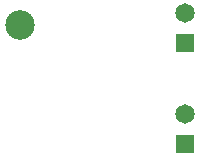
<source format=gbs>
%TF.GenerationSoftware,KiCad,Pcbnew,9.0.5-9.0.5~ubuntu24.04.1*%
%TF.CreationDate,2025-10-25T11:16:37+03:00*%
%TF.ProjectId,Blood pressure sensor,426c6f6f-6420-4707-9265-737375726520,rev?*%
%TF.SameCoordinates,Original*%
%TF.FileFunction,Soldermask,Bot*%
%TF.FilePolarity,Negative*%
%FSLAX46Y46*%
G04 Gerber Fmt 4.6, Leading zero omitted, Abs format (unit mm)*
G04 Created by KiCad (PCBNEW 9.0.5-9.0.5~ubuntu24.04.1) date 2025-10-25 11:16:37*
%MOMM*%
%LPD*%
G01*
G04 APERTURE LIST*
%ADD10R,1.650000X1.650000*%
%ADD11C,1.650000*%
%ADD12C,2.500000*%
G04 APERTURE END LIST*
D10*
%TO.C,J1*%
X139500000Y-91000000D03*
D11*
X139500000Y-88460000D03*
%TD*%
D10*
%TO.C,J2*%
X139500000Y-99500000D03*
D11*
X139500000Y-96960000D03*
%TD*%
D12*
%TO.C,REF1*%
X125500000Y-89500000D03*
%TD*%
M02*

</source>
